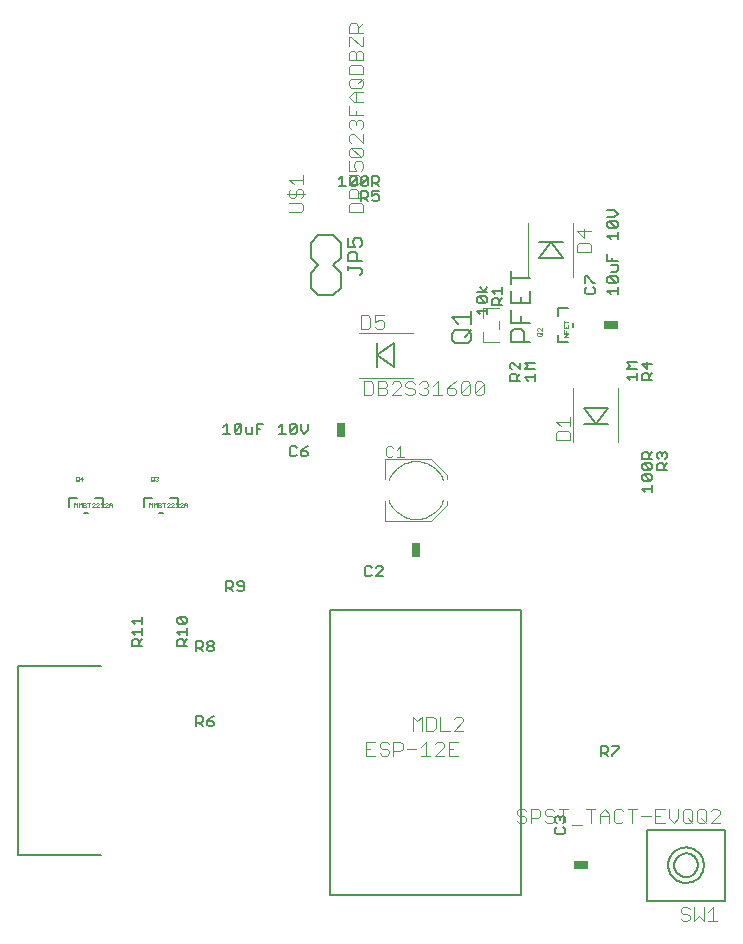
<source format=gto>
G75*
G70*
%OFA0B0*%
%FSLAX24Y24*%
%IPPOS*%
%LPD*%
%AMOC8*
5,1,8,0,0,1.08239X$1,22.5*
%
%ADD10C,0.0060*%
%ADD11R,0.0250X0.0500*%
%ADD12R,0.0500X0.0250*%
%ADD13C,0.0040*%
%ADD14C,0.0080*%
%ADD15C,0.0050*%
%ADD16C,0.0010*%
%ADD17C,0.0030*%
D10*
X009848Y011810D02*
X009848Y012150D01*
X010019Y012150D01*
X010075Y012094D01*
X010075Y011980D01*
X010019Y011923D01*
X009848Y011923D01*
X009962Y011923D02*
X010075Y011810D01*
X010217Y011867D02*
X010273Y011810D01*
X010387Y011810D01*
X010444Y011867D01*
X010444Y011923D01*
X010387Y011980D01*
X010217Y011980D01*
X010217Y011867D01*
X010217Y011980D02*
X010330Y012094D01*
X010444Y012150D01*
X010387Y014310D02*
X010273Y014310D01*
X010217Y014367D01*
X010217Y014423D01*
X010273Y014480D01*
X010387Y014480D01*
X010444Y014423D01*
X010444Y014367D01*
X010387Y014310D01*
X010387Y014480D02*
X010444Y014537D01*
X010444Y014594D01*
X010387Y014650D01*
X010273Y014650D01*
X010217Y014594D01*
X010217Y014537D01*
X010273Y014480D01*
X010075Y014480D02*
X010019Y014423D01*
X009848Y014423D01*
X009848Y014310D02*
X009848Y014650D01*
X010019Y014650D01*
X010075Y014594D01*
X010075Y014480D01*
X009962Y014423D02*
X010075Y014310D01*
X009550Y014480D02*
X009210Y014480D01*
X009210Y014650D01*
X009266Y014707D01*
X009380Y014707D01*
X009437Y014650D01*
X009437Y014480D01*
X009437Y014593D02*
X009550Y014707D01*
X009550Y014848D02*
X009550Y015075D01*
X009550Y014962D02*
X009210Y014962D01*
X009323Y014848D01*
X009266Y015217D02*
X009210Y015273D01*
X009210Y015387D01*
X009266Y015444D01*
X009493Y015217D01*
X009550Y015273D01*
X009550Y015387D01*
X009493Y015444D01*
X009266Y015444D01*
X009266Y015217D02*
X009493Y015217D01*
X008050Y015217D02*
X008050Y015444D01*
X008050Y015330D02*
X007710Y015330D01*
X007823Y015217D01*
X008050Y015075D02*
X008050Y014848D01*
X008050Y014962D02*
X007710Y014962D01*
X007823Y014848D01*
X007766Y014707D02*
X007880Y014707D01*
X007937Y014650D01*
X007937Y014480D01*
X008050Y014480D02*
X007710Y014480D01*
X007710Y014650D01*
X007766Y014707D01*
X007937Y014593D02*
X008050Y014707D01*
X010848Y016310D02*
X010848Y016650D01*
X011019Y016650D01*
X011075Y016594D01*
X011075Y016480D01*
X011019Y016423D01*
X010848Y016423D01*
X010962Y016423D02*
X011075Y016310D01*
X011217Y016367D02*
X011273Y016310D01*
X011387Y016310D01*
X011444Y016367D01*
X011444Y016594D01*
X011387Y016650D01*
X011273Y016650D01*
X011217Y016594D01*
X011217Y016537D01*
X011273Y016480D01*
X011444Y016480D01*
X009243Y019118D02*
X009243Y019430D01*
X008993Y019430D01*
X008743Y018930D02*
X008618Y018930D01*
X008118Y019118D02*
X008118Y019430D01*
X008368Y019430D01*
X006743Y019430D02*
X006743Y019118D01*
X006743Y019430D02*
X006493Y019430D01*
X006243Y018930D02*
X006118Y018930D01*
X005618Y019118D02*
X005618Y019430D01*
X005868Y019430D01*
X010763Y021560D02*
X010990Y021560D01*
X010877Y021560D02*
X010877Y021900D01*
X010763Y021787D01*
X011132Y021844D02*
X011189Y021900D01*
X011302Y021900D01*
X011359Y021844D01*
X011132Y021617D01*
X011189Y021560D01*
X011302Y021560D01*
X011359Y021617D01*
X011359Y021844D01*
X011500Y021787D02*
X011500Y021617D01*
X011557Y021560D01*
X011727Y021560D01*
X011727Y021787D01*
X011868Y021730D02*
X011982Y021730D01*
X011868Y021560D02*
X011868Y021900D01*
X012095Y021900D01*
X012605Y021787D02*
X012718Y021900D01*
X012718Y021560D01*
X012605Y021560D02*
X012832Y021560D01*
X012973Y021617D02*
X013200Y021844D01*
X013200Y021617D01*
X013144Y021560D01*
X013030Y021560D01*
X012973Y021617D01*
X012973Y021844D01*
X013030Y021900D01*
X013144Y021900D01*
X013200Y021844D01*
X013342Y021900D02*
X013342Y021673D01*
X013455Y021560D01*
X013569Y021673D01*
X013569Y021900D01*
X013569Y021150D02*
X013455Y021094D01*
X013342Y020980D01*
X013512Y020980D01*
X013569Y020923D01*
X013569Y020867D01*
X013512Y020810D01*
X013398Y020810D01*
X013342Y020867D01*
X013342Y020980D01*
X013200Y020867D02*
X013144Y020810D01*
X013030Y020810D01*
X012973Y020867D01*
X012973Y021094D01*
X013030Y021150D01*
X013144Y021150D01*
X013200Y021094D01*
X011132Y021617D02*
X011132Y021844D01*
X015530Y017150D02*
X015473Y017094D01*
X015473Y016867D01*
X015530Y016810D01*
X015644Y016810D01*
X015700Y016867D01*
X015842Y016810D02*
X016069Y017037D01*
X016069Y017094D01*
X016012Y017150D01*
X015898Y017150D01*
X015842Y017094D01*
X015700Y017094D02*
X015644Y017150D01*
X015530Y017150D01*
X015842Y016810D02*
X016069Y016810D01*
X020310Y023335D02*
X020310Y023505D01*
X020366Y023562D01*
X020480Y023562D01*
X020537Y023505D01*
X020537Y023335D01*
X020650Y023335D02*
X020310Y023335D01*
X020537Y023448D02*
X020650Y023562D01*
X020650Y023703D02*
X020423Y023930D01*
X020366Y023930D01*
X020310Y023873D01*
X020310Y023760D01*
X020366Y023703D01*
X020650Y023703D02*
X020650Y023930D01*
X020810Y023930D02*
X020923Y023817D01*
X020810Y023703D01*
X021150Y023703D01*
X021150Y023562D02*
X021150Y023335D01*
X021150Y023448D02*
X020810Y023448D01*
X020923Y023335D01*
X020810Y023930D02*
X021150Y023930D01*
X020989Y024619D02*
X020348Y024619D01*
X020348Y024940D01*
X020455Y025046D01*
X020668Y025046D01*
X020775Y024940D01*
X020775Y024619D01*
X020668Y025264D02*
X020668Y025478D01*
X020348Y025264D02*
X020348Y025691D01*
X020348Y025909D02*
X020989Y025909D01*
X020989Y026336D01*
X020668Y026122D02*
X020668Y025909D01*
X020348Y025909D02*
X020348Y026336D01*
X020348Y026553D02*
X020348Y026980D01*
X020348Y026767D02*
X020989Y026767D01*
X020050Y026444D02*
X020050Y026217D01*
X020050Y026330D02*
X019710Y026330D01*
X019823Y026217D01*
X019766Y026075D02*
X019880Y026075D01*
X019937Y026019D01*
X019937Y025848D01*
X020050Y025848D02*
X019710Y025848D01*
X019710Y026019D01*
X019766Y026075D01*
X019937Y025962D02*
X020050Y026075D01*
X019550Y026080D02*
X019550Y025966D01*
X019493Y025910D01*
X019266Y026137D01*
X019493Y026137D01*
X019550Y026080D01*
X019493Y025910D02*
X019266Y025910D01*
X019210Y025966D01*
X019210Y026080D01*
X019266Y026137D01*
X019210Y026278D02*
X019550Y026278D01*
X019437Y026278D02*
X019323Y026448D01*
X019437Y026278D02*
X019550Y026448D01*
X019550Y025768D02*
X019550Y025541D01*
X019550Y025655D02*
X019210Y025655D01*
X019323Y025541D01*
X019020Y025438D02*
X018380Y025438D01*
X018593Y025225D01*
X018486Y025007D02*
X018913Y025007D01*
X019020Y024900D01*
X019020Y024687D01*
X018913Y024580D01*
X018486Y024580D01*
X018380Y024687D01*
X018380Y024900D01*
X018486Y025007D01*
X018807Y024794D02*
X019020Y025007D01*
X019020Y025225D02*
X019020Y025652D01*
X020348Y025264D02*
X020989Y025264D01*
X021930Y025493D02*
X021930Y025743D01*
X022243Y025743D01*
X022430Y025243D02*
X022430Y025118D01*
X022243Y024618D02*
X021930Y024618D01*
X021930Y024868D01*
X022866Y026210D02*
X023093Y026210D01*
X023150Y026267D01*
X023150Y026380D01*
X023093Y026437D01*
X023093Y026578D02*
X023150Y026578D01*
X023093Y026578D02*
X022866Y026805D01*
X022810Y026805D01*
X022810Y026578D01*
X022866Y026437D02*
X022810Y026380D01*
X022810Y026267D01*
X022866Y026210D01*
X023560Y026323D02*
X023900Y026323D01*
X023900Y026210D02*
X023900Y026437D01*
X023843Y026578D02*
X023616Y026805D01*
X023843Y026805D01*
X023900Y026748D01*
X023900Y026635D01*
X023843Y026578D01*
X023616Y026578D01*
X023560Y026635D01*
X023560Y026748D01*
X023616Y026805D01*
X023673Y026947D02*
X023843Y026947D01*
X023900Y027003D01*
X023900Y027173D01*
X023673Y027173D01*
X023730Y027315D02*
X023730Y027428D01*
X023900Y027315D02*
X023560Y027315D01*
X023560Y027542D01*
X023673Y028052D02*
X023560Y028165D01*
X023900Y028165D01*
X023900Y028052D02*
X023900Y028278D01*
X023843Y028420D02*
X023616Y028647D01*
X023843Y028647D01*
X023900Y028590D01*
X023900Y028477D01*
X023843Y028420D01*
X023616Y028420D01*
X023560Y028477D01*
X023560Y028590D01*
X023616Y028647D01*
X023560Y028788D02*
X023787Y028788D01*
X023900Y028902D01*
X023787Y029015D01*
X023560Y029015D01*
X023560Y026323D02*
X023673Y026210D01*
X024210Y023944D02*
X024550Y023944D01*
X024710Y023887D02*
X024880Y023717D01*
X024880Y023944D01*
X025050Y023887D02*
X024710Y023887D01*
X024550Y023717D02*
X024210Y023717D01*
X024323Y023830D01*
X024210Y023944D01*
X024550Y023575D02*
X024550Y023348D01*
X024550Y023462D02*
X024210Y023462D01*
X024323Y023348D01*
X024710Y023348D02*
X024710Y023519D01*
X024766Y023575D01*
X024880Y023575D01*
X024937Y023519D01*
X024937Y023348D01*
X025050Y023348D02*
X024710Y023348D01*
X024937Y023462D02*
X025050Y023575D01*
X025050Y020944D02*
X024937Y020830D01*
X024937Y020887D02*
X024937Y020717D01*
X025050Y020717D02*
X024710Y020717D01*
X024710Y020887D01*
X024766Y020944D01*
X024880Y020944D01*
X024937Y020887D01*
X025210Y020887D02*
X025266Y020944D01*
X025323Y020944D01*
X025380Y020887D01*
X025437Y020944D01*
X025493Y020944D01*
X025550Y020887D01*
X025550Y020773D01*
X025493Y020717D01*
X025550Y020575D02*
X025437Y020462D01*
X025437Y020519D02*
X025437Y020348D01*
X025550Y020348D02*
X025210Y020348D01*
X025210Y020519D01*
X025266Y020575D01*
X025380Y020575D01*
X025437Y020519D01*
X025266Y020717D02*
X025210Y020773D01*
X025210Y020887D01*
X025380Y020887D02*
X025380Y020830D01*
X025050Y020519D02*
X025050Y020405D01*
X024993Y020348D01*
X024766Y020575D01*
X024993Y020575D01*
X025050Y020519D01*
X024993Y020348D02*
X024766Y020348D01*
X024710Y020405D01*
X024710Y020519D01*
X024766Y020575D01*
X024766Y020207D02*
X024710Y020150D01*
X024710Y020037D01*
X024766Y019980D01*
X024993Y019980D01*
X024766Y020207D01*
X024993Y020207D01*
X025050Y020150D01*
X025050Y020037D01*
X024993Y019980D01*
X025050Y019839D02*
X025050Y019612D01*
X025050Y019725D02*
X024710Y019725D01*
X024823Y019612D01*
X023944Y011150D02*
X023717Y011150D01*
X023575Y011094D02*
X023575Y010980D01*
X023519Y010923D01*
X023348Y010923D01*
X023348Y010810D02*
X023348Y011150D01*
X023519Y011150D01*
X023575Y011094D01*
X023462Y010923D02*
X023575Y010810D01*
X023717Y010810D02*
X023717Y010867D01*
X023944Y011094D01*
X023944Y011150D01*
X022093Y008805D02*
X022150Y008748D01*
X022150Y008635D01*
X022093Y008578D01*
X022093Y008437D02*
X022150Y008380D01*
X022150Y008267D01*
X022093Y008210D01*
X021866Y008210D01*
X021810Y008267D01*
X021810Y008380D01*
X021866Y008437D01*
X021866Y008578D02*
X021810Y008635D01*
X021810Y008748D01*
X021866Y008805D01*
X021923Y008805D01*
X021980Y008748D01*
X022037Y008805D01*
X022093Y008805D01*
X021980Y008748D02*
X021980Y008692D01*
X015887Y029310D02*
X015773Y029310D01*
X015717Y029367D01*
X015717Y029480D02*
X015830Y029537D01*
X015887Y029537D01*
X015944Y029480D01*
X015944Y029367D01*
X015887Y029310D01*
X015717Y029480D02*
X015717Y029650D01*
X015944Y029650D01*
X015944Y029810D02*
X015830Y029923D01*
X015887Y029923D02*
X015717Y029923D01*
X015717Y029810D02*
X015717Y030150D01*
X015887Y030150D01*
X015944Y030094D01*
X015944Y029980D01*
X015887Y029923D01*
X015575Y029867D02*
X015519Y029810D01*
X015405Y029810D01*
X015348Y029867D01*
X015575Y030094D01*
X015575Y029867D01*
X015519Y029650D02*
X015575Y029594D01*
X015575Y029480D01*
X015519Y029423D01*
X015348Y029423D01*
X015348Y029310D02*
X015348Y029650D01*
X015519Y029650D01*
X015462Y029423D02*
X015575Y029310D01*
X015348Y029867D02*
X015348Y030094D01*
X015405Y030150D01*
X015519Y030150D01*
X015575Y030094D01*
X015207Y030094D02*
X015207Y029867D01*
X015150Y029810D01*
X015037Y029810D01*
X014980Y029867D01*
X015207Y030094D01*
X015150Y030150D01*
X015037Y030150D01*
X014980Y030094D01*
X014980Y029867D01*
X014839Y029810D02*
X014612Y029810D01*
X014725Y029810D02*
X014725Y030150D01*
X014612Y030037D01*
D11*
X014680Y021680D03*
X017180Y017680D03*
D12*
X023680Y025180D03*
X022680Y007180D03*
D13*
X022702Y008513D02*
X022396Y008513D01*
X022089Y008590D02*
X022089Y009050D01*
X022242Y009050D02*
X021935Y009050D01*
X021782Y008973D02*
X021705Y009050D01*
X021551Y009050D01*
X021475Y008973D01*
X021475Y008897D01*
X021551Y008820D01*
X021705Y008820D01*
X021782Y008743D01*
X021782Y008666D01*
X021705Y008590D01*
X021551Y008590D01*
X021475Y008666D01*
X021321Y008820D02*
X021245Y008743D01*
X021014Y008743D01*
X020861Y008743D02*
X020861Y008666D01*
X020784Y008590D01*
X020631Y008590D01*
X020554Y008666D01*
X020631Y008820D02*
X020784Y008820D01*
X020861Y008743D01*
X021014Y008590D02*
X021014Y009050D01*
X021245Y009050D01*
X021321Y008973D01*
X021321Y008820D01*
X020861Y008973D02*
X020784Y009050D01*
X020631Y009050D01*
X020554Y008973D01*
X020554Y008897D01*
X020631Y008820D01*
X022856Y009050D02*
X023163Y009050D01*
X023009Y009050D02*
X023009Y008590D01*
X023316Y008590D02*
X023316Y008897D01*
X023470Y009050D01*
X023623Y008897D01*
X023623Y008590D01*
X023777Y008666D02*
X023853Y008590D01*
X024007Y008590D01*
X024084Y008666D01*
X023777Y008666D02*
X023777Y008973D01*
X023853Y009050D01*
X024007Y009050D01*
X024084Y008973D01*
X024237Y009050D02*
X024544Y009050D01*
X024391Y009050D02*
X024391Y008590D01*
X024697Y008820D02*
X025004Y008820D01*
X025158Y008820D02*
X025311Y008820D01*
X025158Y009050D02*
X025158Y008590D01*
X025465Y008590D01*
X025618Y008743D02*
X025618Y009050D01*
X025465Y009050D02*
X025158Y009050D01*
X025618Y008743D02*
X025772Y008590D01*
X025925Y008743D01*
X025925Y009050D01*
X026079Y008973D02*
X026155Y009050D01*
X026309Y009050D01*
X026386Y008973D01*
X026386Y008666D01*
X026309Y008590D01*
X026155Y008590D01*
X026079Y008666D01*
X026079Y008973D01*
X026232Y008743D02*
X026386Y008590D01*
X026539Y008666D02*
X026616Y008590D01*
X026769Y008590D01*
X026846Y008666D01*
X026846Y008973D01*
X026769Y009050D01*
X026616Y009050D01*
X026539Y008973D01*
X026539Y008666D01*
X026693Y008743D02*
X026846Y008590D01*
X026999Y008590D02*
X027306Y008897D01*
X027306Y008973D01*
X027230Y009050D01*
X027076Y009050D01*
X026999Y008973D01*
X026999Y008590D02*
X027306Y008590D01*
X027074Y005782D02*
X027074Y005322D01*
X026921Y005322D02*
X027228Y005322D01*
X026921Y005629D02*
X027074Y005782D01*
X026767Y005782D02*
X026767Y005322D01*
X026614Y005476D01*
X026460Y005322D01*
X026460Y005782D01*
X026307Y005706D02*
X026230Y005782D01*
X026077Y005782D01*
X026000Y005706D01*
X026000Y005629D01*
X026077Y005552D01*
X026230Y005552D01*
X026307Y005476D01*
X026307Y005399D01*
X026230Y005322D01*
X026077Y005322D01*
X026000Y005399D01*
X023623Y008820D02*
X023316Y008820D01*
X018759Y011669D02*
X018452Y011669D01*
X018759Y011975D01*
X018759Y012052D01*
X018682Y012129D01*
X018529Y012129D01*
X018452Y012052D01*
X018299Y011669D02*
X017992Y011669D01*
X017992Y012129D01*
X017838Y012052D02*
X017762Y012129D01*
X017531Y012129D01*
X017531Y011669D01*
X017762Y011669D01*
X017838Y011745D01*
X017838Y012052D01*
X017378Y012129D02*
X017378Y011669D01*
X017071Y011669D02*
X017071Y012129D01*
X017224Y011975D01*
X017378Y012129D01*
X017504Y011286D02*
X017504Y010826D01*
X017657Y010826D02*
X017350Y010826D01*
X017197Y011056D02*
X016890Y011056D01*
X016736Y011056D02*
X016660Y010979D01*
X016430Y010979D01*
X016430Y010826D02*
X016430Y011286D01*
X016660Y011286D01*
X016736Y011210D01*
X016736Y011056D01*
X016276Y010979D02*
X016276Y010903D01*
X016199Y010826D01*
X016046Y010826D01*
X015969Y010903D01*
X016046Y011056D02*
X016199Y011056D01*
X016276Y010979D01*
X016276Y011210D02*
X016199Y011286D01*
X016046Y011286D01*
X015969Y011210D01*
X015969Y011133D01*
X016046Y011056D01*
X015816Y010826D02*
X015509Y010826D01*
X015509Y011286D01*
X015816Y011286D01*
X015662Y011056D02*
X015509Y011056D01*
X017350Y011133D02*
X017504Y011286D01*
X017811Y011210D02*
X017887Y011286D01*
X018041Y011286D01*
X018118Y011210D01*
X018118Y011133D01*
X017811Y010826D01*
X018118Y010826D01*
X018271Y010826D02*
X018578Y010826D01*
X018425Y011056D02*
X018271Y011056D01*
X018271Y011286D02*
X018271Y010826D01*
X018271Y011286D02*
X018578Y011286D01*
X017672Y018656D02*
X016156Y018656D01*
X016156Y019306D01*
X016156Y020054D02*
X016156Y020704D01*
X017672Y020704D01*
X018204Y020172D01*
X018204Y020054D01*
X018204Y019306D02*
X018204Y019188D01*
X017672Y018656D01*
X018085Y019345D02*
X018062Y019288D01*
X018035Y019233D01*
X018005Y019179D01*
X017971Y019127D01*
X017934Y019078D01*
X017894Y019031D01*
X017851Y018986D01*
X017805Y018945D01*
X017757Y018906D01*
X017706Y018871D01*
X017653Y018839D01*
X017598Y018810D01*
X017542Y018785D01*
X017484Y018764D01*
X017425Y018746D01*
X017364Y018733D01*
X017303Y018723D01*
X017242Y018717D01*
X017180Y018715D01*
X017118Y018717D01*
X017057Y018723D01*
X016996Y018733D01*
X016935Y018746D01*
X016876Y018764D01*
X016818Y018785D01*
X016762Y018810D01*
X016707Y018839D01*
X016654Y018871D01*
X016603Y018906D01*
X016555Y018945D01*
X016509Y018986D01*
X016466Y019031D01*
X016426Y019078D01*
X016389Y019127D01*
X016355Y019179D01*
X016325Y019233D01*
X016298Y019288D01*
X016275Y019345D01*
X016275Y020015D02*
X016298Y020072D01*
X016325Y020127D01*
X016355Y020181D01*
X016389Y020233D01*
X016426Y020282D01*
X016466Y020329D01*
X016509Y020374D01*
X016555Y020415D01*
X016603Y020454D01*
X016654Y020489D01*
X016707Y020521D01*
X016762Y020550D01*
X016818Y020575D01*
X016876Y020596D01*
X016935Y020614D01*
X016996Y020627D01*
X017057Y020637D01*
X017118Y020643D01*
X017180Y020645D01*
X017242Y020643D01*
X017303Y020637D01*
X017364Y020627D01*
X017425Y020614D01*
X017484Y020596D01*
X017542Y020575D01*
X017598Y020550D01*
X017653Y020521D01*
X017706Y020489D01*
X017757Y020454D01*
X017805Y020415D01*
X017851Y020374D01*
X017894Y020329D01*
X017934Y020282D01*
X017971Y020233D01*
X018005Y020181D01*
X018035Y020127D01*
X018062Y020072D01*
X018085Y020015D01*
X018059Y022850D02*
X017752Y022850D01*
X017905Y022850D02*
X017905Y023310D01*
X017752Y023157D01*
X017598Y023157D02*
X017522Y023080D01*
X017598Y023003D01*
X017598Y022927D01*
X017522Y022850D01*
X017368Y022850D01*
X017292Y022927D01*
X017138Y022927D02*
X017061Y022850D01*
X016908Y022850D01*
X016831Y022927D01*
X016908Y023080D02*
X017061Y023080D01*
X017138Y023003D01*
X017138Y022927D01*
X016908Y023080D02*
X016831Y023157D01*
X016831Y023234D01*
X016908Y023310D01*
X017061Y023310D01*
X017138Y023234D01*
X017292Y023234D02*
X017368Y023310D01*
X017522Y023310D01*
X017598Y023234D01*
X017598Y023157D01*
X017522Y023080D02*
X017445Y023080D01*
X017070Y023430D02*
X015290Y023430D01*
X015450Y023310D02*
X015680Y023310D01*
X015757Y023234D01*
X015757Y022927D01*
X015680Y022850D01*
X015450Y022850D01*
X015450Y023310D01*
X015910Y023310D02*
X015910Y022850D01*
X016141Y022850D01*
X016217Y022927D01*
X016217Y023003D01*
X016141Y023080D01*
X015910Y023080D01*
X015910Y023310D02*
X016141Y023310D01*
X016217Y023234D01*
X016217Y023157D01*
X016141Y023080D01*
X016371Y023234D02*
X016448Y023310D01*
X016601Y023310D01*
X016678Y023234D01*
X016678Y023157D01*
X016371Y022850D01*
X016678Y022850D01*
X018212Y022927D02*
X018289Y022850D01*
X018443Y022850D01*
X018519Y022927D01*
X018519Y023003D01*
X018443Y023080D01*
X018212Y023080D01*
X018212Y022927D01*
X018212Y023080D02*
X018366Y023234D01*
X018519Y023310D01*
X018673Y023234D02*
X018749Y023310D01*
X018903Y023310D01*
X018980Y023234D01*
X018673Y022927D01*
X018749Y022850D01*
X018903Y022850D01*
X018980Y022927D01*
X018980Y023234D01*
X019133Y023234D02*
X019133Y022927D01*
X019440Y023234D01*
X019440Y022927D01*
X019363Y022850D01*
X019210Y022850D01*
X019133Y022927D01*
X019133Y023234D02*
X019210Y023310D01*
X019363Y023310D01*
X019440Y023234D01*
X018673Y023234D02*
X018673Y022927D01*
X019424Y024609D02*
X019936Y024609D01*
X019936Y025042D02*
X019936Y025318D01*
X019936Y025751D02*
X019424Y025751D01*
X019424Y025416D01*
X019424Y024944D02*
X019424Y024609D01*
X017070Y024930D02*
X015290Y024930D01*
X015350Y025050D02*
X015580Y025050D01*
X015657Y025127D01*
X015657Y025434D01*
X015580Y025510D01*
X015350Y025510D01*
X015350Y025050D01*
X015810Y025127D02*
X015887Y025050D01*
X016041Y025050D01*
X016117Y025127D01*
X016117Y025280D01*
X016041Y025357D01*
X015964Y025357D01*
X015810Y025280D01*
X015810Y025510D01*
X016117Y025510D01*
X015410Y028950D02*
X014950Y028950D01*
X014950Y029180D01*
X015026Y029257D01*
X015333Y029257D01*
X015410Y029180D01*
X015410Y028950D01*
X015410Y029410D02*
X014950Y029410D01*
X014950Y029641D01*
X015026Y029717D01*
X015180Y029717D01*
X015257Y029641D01*
X015257Y029410D01*
X015257Y029564D02*
X015410Y029717D01*
X015257Y029871D02*
X015410Y030024D01*
X015257Y030178D01*
X014950Y030178D01*
X014950Y030331D02*
X015180Y030331D01*
X015103Y030485D01*
X015103Y030561D01*
X015180Y030638D01*
X015333Y030638D01*
X015410Y030561D01*
X015410Y030408D01*
X015333Y030331D01*
X014950Y030331D02*
X014950Y030638D01*
X015026Y030792D02*
X014950Y030868D01*
X014950Y031022D01*
X015026Y031098D01*
X015333Y030792D01*
X015410Y030868D01*
X015410Y031022D01*
X015333Y031098D01*
X015026Y031098D01*
X015026Y031252D02*
X014950Y031329D01*
X014950Y031482D01*
X015026Y031559D01*
X015103Y031559D01*
X015410Y031252D01*
X015410Y031559D01*
X015333Y031712D02*
X015410Y031789D01*
X015410Y031943D01*
X015333Y032019D01*
X015257Y032019D01*
X015180Y031943D01*
X015180Y031866D01*
X015180Y031943D02*
X015103Y032019D01*
X015026Y032019D01*
X014950Y031943D01*
X014950Y031789D01*
X015026Y031712D01*
X014950Y032173D02*
X014950Y032480D01*
X015103Y032633D02*
X014950Y032787D01*
X015103Y032940D01*
X015410Y032940D01*
X015333Y033094D02*
X015410Y033170D01*
X015410Y033324D01*
X015333Y033400D01*
X015026Y033400D01*
X014950Y033324D01*
X014950Y033170D01*
X015026Y033094D01*
X015333Y033094D01*
X015257Y033247D02*
X015410Y033400D01*
X015410Y033554D02*
X014950Y033554D01*
X014950Y033784D01*
X015026Y033861D01*
X015333Y033861D01*
X015410Y033784D01*
X015410Y033554D01*
X015410Y034014D02*
X014950Y034014D01*
X014950Y034245D01*
X015026Y034321D01*
X015103Y034321D01*
X015180Y034245D01*
X015180Y034014D01*
X015410Y034014D02*
X015410Y034245D01*
X015333Y034321D01*
X015257Y034321D01*
X015180Y034245D01*
X015333Y034475D02*
X015410Y034475D01*
X015410Y034782D01*
X015410Y034935D02*
X014950Y034935D01*
X014950Y035165D01*
X015026Y035242D01*
X015180Y035242D01*
X015257Y035165D01*
X015257Y034935D01*
X015257Y035089D02*
X015410Y035242D01*
X015026Y034782D02*
X015333Y034475D01*
X014950Y034475D02*
X014950Y034782D01*
X015026Y034782D01*
X015180Y032940D02*
X015180Y032633D01*
X015103Y032633D02*
X015410Y032633D01*
X015180Y032326D02*
X015180Y032173D01*
X015410Y032173D02*
X014950Y032173D01*
X015026Y030792D02*
X015333Y030792D01*
X015257Y029871D02*
X014950Y029871D01*
X013487Y029564D02*
X012873Y029564D01*
X012950Y029487D02*
X012950Y029641D01*
X013026Y029717D01*
X013180Y029641D02*
X013180Y029487D01*
X013103Y029410D01*
X013026Y029410D01*
X012950Y029487D01*
X012950Y029257D02*
X013333Y029257D01*
X013410Y029180D01*
X013410Y029027D01*
X013333Y028950D01*
X012950Y028950D01*
X013333Y029410D02*
X013410Y029487D01*
X013410Y029641D01*
X013333Y029717D01*
X013257Y029717D01*
X013180Y029641D01*
X013103Y029871D02*
X012950Y030024D01*
X013410Y030024D01*
X013410Y029871D02*
X013410Y030178D01*
X020930Y028570D02*
X020930Y026790D01*
X022430Y026790D02*
X022430Y028570D01*
X022550Y028320D02*
X022780Y028090D01*
X022780Y028397D01*
X023010Y028320D02*
X022550Y028320D01*
X022626Y027936D02*
X022550Y027859D01*
X022550Y027629D01*
X023010Y027629D01*
X023010Y027859D01*
X022933Y027936D01*
X022626Y027936D01*
X022430Y023070D02*
X022430Y021290D01*
X022310Y021350D02*
X022310Y021580D01*
X022233Y021657D01*
X021926Y021657D01*
X021850Y021580D01*
X021850Y021350D01*
X022310Y021350D01*
X022310Y021810D02*
X022310Y022117D01*
X022310Y021964D02*
X021850Y021964D01*
X022003Y021810D01*
X023930Y021290D02*
X023930Y023070D01*
D14*
X023574Y022433D02*
X022786Y022433D01*
X023180Y021893D01*
X023574Y022433D01*
X023574Y021893D02*
X022786Y021893D01*
X022074Y027427D02*
X021286Y027427D01*
X021680Y027967D01*
X022074Y027427D01*
X022074Y027967D02*
X021286Y027967D01*
X016433Y024574D02*
X016433Y023786D01*
X015893Y024180D01*
X016433Y024574D01*
X015893Y024574D02*
X015893Y023786D01*
X014430Y026180D02*
X013930Y026180D01*
X013680Y026430D01*
X013680Y026930D01*
X013930Y027180D01*
X013680Y027430D01*
X013680Y027930D01*
X013930Y028180D01*
X014430Y028180D01*
X014680Y027930D01*
X014680Y027430D01*
X014430Y027180D01*
X014680Y026930D01*
X014680Y026430D01*
X014430Y026180D01*
D15*
X003930Y013830D02*
X003930Y007530D01*
X006680Y007530D01*
X006680Y013830D02*
X003930Y013830D01*
X014302Y015680D02*
X014302Y006192D01*
X020680Y006192D01*
X020680Y015680D01*
X014302Y015680D01*
X024881Y008361D02*
X024881Y005999D01*
X027479Y005999D01*
X027479Y008361D01*
X024881Y008361D01*
X025786Y007180D02*
X025788Y007219D01*
X025794Y007258D01*
X025804Y007296D01*
X025817Y007333D01*
X025834Y007368D01*
X025854Y007402D01*
X025878Y007433D01*
X025905Y007462D01*
X025934Y007488D01*
X025966Y007511D01*
X026000Y007531D01*
X026036Y007547D01*
X026073Y007559D01*
X026112Y007568D01*
X026151Y007573D01*
X026190Y007574D01*
X026229Y007571D01*
X026268Y007564D01*
X026305Y007553D01*
X026342Y007539D01*
X026377Y007521D01*
X026410Y007500D01*
X026441Y007475D01*
X026469Y007448D01*
X026494Y007418D01*
X026516Y007385D01*
X026535Y007351D01*
X026550Y007315D01*
X026562Y007277D01*
X026570Y007239D01*
X026574Y007200D01*
X026574Y007160D01*
X026570Y007121D01*
X026562Y007083D01*
X026550Y007045D01*
X026535Y007009D01*
X026516Y006975D01*
X026494Y006942D01*
X026469Y006912D01*
X026441Y006885D01*
X026410Y006860D01*
X026377Y006839D01*
X026342Y006821D01*
X026305Y006807D01*
X026268Y006796D01*
X026229Y006789D01*
X026190Y006786D01*
X026151Y006787D01*
X026112Y006792D01*
X026073Y006801D01*
X026036Y006813D01*
X026000Y006829D01*
X025966Y006849D01*
X025934Y006872D01*
X025905Y006898D01*
X025878Y006927D01*
X025854Y006958D01*
X025834Y006992D01*
X025817Y007027D01*
X025804Y007064D01*
X025794Y007102D01*
X025788Y007141D01*
X025786Y007180D01*
X025588Y007180D02*
X025590Y007228D01*
X025596Y007276D01*
X025606Y007323D01*
X025619Y007370D01*
X025637Y007415D01*
X025658Y007458D01*
X025682Y007500D01*
X025710Y007540D01*
X025741Y007577D01*
X025774Y007611D01*
X025811Y007643D01*
X025850Y007671D01*
X025891Y007697D01*
X025934Y007719D01*
X025979Y007737D01*
X026025Y007751D01*
X026072Y007762D01*
X026120Y007769D01*
X026168Y007772D01*
X026216Y007771D01*
X026264Y007766D01*
X026312Y007757D01*
X026358Y007744D01*
X026404Y007728D01*
X026448Y007708D01*
X026490Y007684D01*
X026530Y007658D01*
X026568Y007627D01*
X026603Y007594D01*
X026635Y007558D01*
X026665Y007520D01*
X026691Y007479D01*
X026713Y007437D01*
X026733Y007393D01*
X026748Y007347D01*
X026760Y007300D01*
X026768Y007252D01*
X026772Y007204D01*
X026772Y007156D01*
X026768Y007108D01*
X026760Y007060D01*
X026748Y007013D01*
X026733Y006967D01*
X026713Y006923D01*
X026691Y006881D01*
X026665Y006840D01*
X026635Y006802D01*
X026603Y006766D01*
X026568Y006733D01*
X026530Y006702D01*
X026490Y006676D01*
X026448Y006652D01*
X026404Y006632D01*
X026358Y006616D01*
X026312Y006603D01*
X026264Y006594D01*
X026216Y006589D01*
X026168Y006588D01*
X026120Y006591D01*
X026072Y006598D01*
X026025Y006609D01*
X025979Y006623D01*
X025934Y006641D01*
X025891Y006663D01*
X025850Y006689D01*
X025811Y006717D01*
X025774Y006749D01*
X025741Y006783D01*
X025710Y006820D01*
X025682Y006860D01*
X025658Y006902D01*
X025637Y006945D01*
X025619Y006990D01*
X025606Y007037D01*
X025596Y007084D01*
X025590Y007132D01*
X025588Y007180D01*
X015300Y026854D02*
X015375Y026929D01*
X015375Y027004D01*
X015300Y027079D01*
X014925Y027079D01*
X014925Y027004D02*
X014925Y027154D01*
X014925Y027314D02*
X014925Y027539D01*
X015000Y027614D01*
X015150Y027614D01*
X015225Y027539D01*
X015225Y027314D01*
X015375Y027314D02*
X014925Y027314D01*
X014925Y027775D02*
X015150Y027775D01*
X015075Y027925D01*
X015075Y028000D01*
X015150Y028075D01*
X015300Y028075D01*
X015375Y028000D01*
X015375Y027850D01*
X015300Y027775D01*
X014925Y027775D02*
X014925Y028075D01*
D16*
X021225Y025057D02*
X021225Y025007D01*
X021250Y024982D01*
X021250Y024935D02*
X021350Y024935D01*
X021375Y024910D01*
X021375Y024860D01*
X021350Y024835D01*
X021250Y024835D01*
X021225Y024860D01*
X021225Y024910D01*
X021250Y024935D01*
X021325Y024885D02*
X021375Y024935D01*
X021375Y024982D02*
X021275Y025082D01*
X021250Y025082D01*
X021225Y025057D01*
X021375Y025082D02*
X021375Y024982D01*
X022100Y024932D02*
X022100Y025032D01*
X022100Y025080D02*
X022250Y025080D01*
X022250Y025180D01*
X022175Y025130D02*
X022175Y025080D01*
X022100Y025080D02*
X022100Y025180D01*
X022100Y025227D02*
X022100Y025327D01*
X022100Y025277D02*
X022250Y025277D01*
X022175Y024982D02*
X022175Y024932D01*
X022250Y024932D02*
X022100Y024932D01*
X022100Y024885D02*
X022250Y024885D01*
X022100Y024785D01*
X022250Y024785D01*
X009564Y019210D02*
X009564Y019110D01*
X009564Y019185D02*
X009464Y019185D01*
X009464Y019210D02*
X009514Y019260D01*
X009564Y019210D01*
X009464Y019210D02*
X009464Y019110D01*
X009416Y019110D02*
X009316Y019110D01*
X009416Y019210D01*
X009416Y019235D01*
X009391Y019260D01*
X009341Y019260D01*
X009316Y019235D01*
X009269Y019235D02*
X009244Y019260D01*
X009194Y019260D01*
X009169Y019235D01*
X009122Y019235D02*
X009097Y019260D01*
X009047Y019260D01*
X009022Y019235D01*
X008974Y019235D02*
X008949Y019260D01*
X008899Y019260D01*
X008874Y019235D01*
X008827Y019260D02*
X008727Y019260D01*
X008777Y019260D02*
X008777Y019110D01*
X008874Y019110D02*
X008974Y019210D01*
X008974Y019235D01*
X008974Y019110D02*
X008874Y019110D01*
X009022Y019110D02*
X009122Y019210D01*
X009122Y019235D01*
X009122Y019110D02*
X009022Y019110D01*
X009169Y019110D02*
X009269Y019210D01*
X009269Y019235D01*
X009269Y019110D02*
X009169Y019110D01*
X008680Y019135D02*
X008655Y019110D01*
X008580Y019110D01*
X008580Y019260D01*
X008655Y019260D01*
X008680Y019235D01*
X008680Y019210D01*
X008655Y019185D01*
X008580Y019185D01*
X008655Y019185D02*
X008680Y019160D01*
X008680Y019135D01*
X008532Y019110D02*
X008532Y019260D01*
X008482Y019210D01*
X008432Y019260D01*
X008432Y019110D01*
X008385Y019110D02*
X008385Y019260D01*
X008335Y019210D01*
X008285Y019260D01*
X008285Y019110D01*
X008360Y019985D02*
X008335Y020010D01*
X008335Y020110D01*
X008360Y020135D01*
X008410Y020135D01*
X008435Y020110D01*
X008435Y020010D01*
X008410Y019985D01*
X008360Y019985D01*
X008385Y020035D02*
X008435Y019985D01*
X008482Y020010D02*
X008507Y019985D01*
X008557Y019985D01*
X008582Y020010D01*
X008582Y020035D01*
X008557Y020060D01*
X008532Y020060D01*
X008557Y020060D02*
X008582Y020085D01*
X008582Y020110D01*
X008557Y020135D01*
X008507Y020135D01*
X008482Y020110D01*
X007064Y019210D02*
X007064Y019110D01*
X007064Y019185D02*
X006964Y019185D01*
X006964Y019210D02*
X007014Y019260D01*
X007064Y019210D01*
X006964Y019210D02*
X006964Y019110D01*
X006916Y019110D02*
X006816Y019110D01*
X006916Y019210D01*
X006916Y019235D01*
X006891Y019260D01*
X006841Y019260D01*
X006816Y019235D01*
X006769Y019235D02*
X006744Y019260D01*
X006694Y019260D01*
X006669Y019235D01*
X006622Y019235D02*
X006597Y019260D01*
X006547Y019260D01*
X006522Y019235D01*
X006474Y019235D02*
X006449Y019260D01*
X006399Y019260D01*
X006374Y019235D01*
X006327Y019260D02*
X006227Y019260D01*
X006277Y019260D02*
X006277Y019110D01*
X006374Y019110D02*
X006474Y019210D01*
X006474Y019235D01*
X006474Y019110D02*
X006374Y019110D01*
X006522Y019110D02*
X006622Y019210D01*
X006622Y019235D01*
X006622Y019110D02*
X006522Y019110D01*
X006669Y019110D02*
X006769Y019210D01*
X006769Y019235D01*
X006769Y019110D02*
X006669Y019110D01*
X006180Y019135D02*
X006155Y019110D01*
X006080Y019110D01*
X006080Y019260D01*
X006155Y019260D01*
X006180Y019235D01*
X006180Y019210D01*
X006155Y019185D01*
X006080Y019185D01*
X006155Y019185D02*
X006180Y019160D01*
X006180Y019135D01*
X006032Y019110D02*
X006032Y019260D01*
X005982Y019210D01*
X005932Y019260D01*
X005932Y019110D01*
X005885Y019110D02*
X005885Y019260D01*
X005835Y019210D01*
X005785Y019260D01*
X005785Y019110D01*
X005860Y019985D02*
X005835Y020010D01*
X005835Y020110D01*
X005860Y020135D01*
X005910Y020135D01*
X005935Y020110D01*
X005935Y020010D01*
X005910Y019985D01*
X005860Y019985D01*
X005885Y020035D02*
X005935Y019985D01*
X005982Y020060D02*
X006082Y020060D01*
X006057Y019985D02*
X006057Y020135D01*
X005982Y020060D01*
D17*
X016171Y020839D02*
X016233Y020778D01*
X016357Y020778D01*
X016418Y020839D01*
X016540Y020778D02*
X016787Y020778D01*
X016663Y020778D02*
X016663Y021148D01*
X016540Y021025D01*
X016418Y021086D02*
X016357Y021148D01*
X016233Y021148D01*
X016171Y021086D01*
X016171Y020839D01*
M02*

</source>
